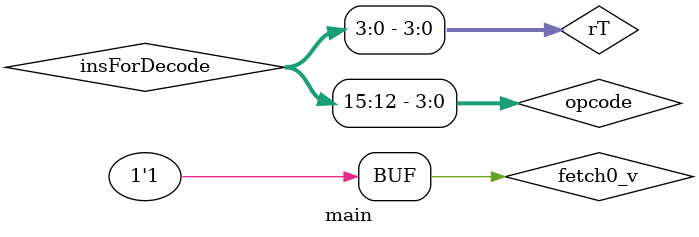
<source format=v>
`timescale 1ps/1ps
module main();

    initial begin
        $dumpfile("cpu.vcd");
        $dumpvars(0,main);
    end

    // clock
    wire clk;
    clock c0(clk);

    reg halt = 0;

    counter ctr(halt,clk);

    // valid bits (all of my stages are 0-indexed)
    reg fetch0_v;
    reg fetch1_v;
    reg decode_v;
    reg exec0_v;
    reg exec1_v;
    reg wb_v;

    wire isJumping; // declared early for flushing (though its only used in write back)
    wire incorrectPrediction; // if set to 1, then the whole pipeline is flushed
    wire isStallingF0; // if any of these signals are 1, then all the stall signals to the left should also be 1
    wire isStallingF1; 
    wire isStallingDecode; 
    wire misalignedLoadDetected; 
    wire isSelfModifying; // another flushing pipeline condition
    wire [2:0] selfModifyingStage; // specifies which stage is being self-modified (to enable partial flushing)
    wire isOdd; // to determine if PC is odd for misaligned PCs

    reg [1:0] F1GotStalled; // to ensure fetch 1's instruction doesn't go to decode when fetch_1 is stalled
    reg useDecodeInsAgain; // set true when decode is stalled so it reuses decode instruction
    reg useF1InsAgain; // set true when decode becomes unstalled so that it uses the stalled F1 instruction
    reg [15:0] misalignedIns;
    reg isMisaligned; // set true when PC is odd, indicating instruction must concatenate with misalignedIns

    reg [15:0] stalled_vA; // used for exec0 stage for misaligned loads/stores
    reg [15:0] stalled_vB; // used for exec0 stage for misaligned loads/stores
    reg firstLoadOccured; // used for misaligned stores and loads to allow for "2 load instructions in exec_0"
    reg loadMisalignmentOccured; // used to concatenate the two load addresses in write_back stage
    reg usingSecondLoad; // for writing/reading from misaligned memory addresses

    // all store the outputs from the branch predictor
    wire predictJump;
    wire [15:0] predictedTarget;
    wire isValidBranchIns;
    wire [15:0] writeData; // result from the write_back stage that will be written into destination register

    // to store if current instruction predicted a jump or not
    reg predictJumpF1;
    reg predictJumpDC;
    reg predictJumpE0;
    reg predictJumpE1;
    reg predictJumpWB;

    reg [15:0] predictedTargetF1;
    reg [15:0] predictedTargetDC;
    reg [15:0] predictedTargetE0;
    reg [15:0] predictedTargetE1;
    reg [15:0] predictedTargetWB;

    // these are used to deal with jumping to and from misaligned PCs for the branch predictor
    reg targetPredictionWasMisaligned;
    reg [15:0] predictedTargetFromMisalignedPC;
    reg pcToJumpFromWasMisaligned;
    reg stallOneCycleForMisalignedPrediction;
    reg predictedMisalignedPCF1; // used to stall for 1 cycle when predicting jumps from misaligned PCs
    initial begin
        fetch0_v = 1;
        fetch1_v = 0;
        decode_v = 0;
        exec0_v = 0;
        exec1_v = 0;
        wb_v = 0;
        F1GotStalled = 0;
        useDecodeInsAgain = 0;
        useF1InsAgain = 0;
        isMisaligned = 0;
        firstLoadOccured = 0;
        loadMisalignmentOccured = 0;
        usingSecondLoad = 0;
        predictedMisalignedPCF1 = 0;
        targetPredictionWasMisaligned = 0;
        pcToJumpFromWasMisaligned = 0;
    end

    // updating valid states based on clock ticks and logic involving the flush bits and stall bits
    always @(posedge clk) begin
        fetch1_v <= fetch0_v & ~incorrectPrediction && ~(isSelfModifying && selfModifyingStage >= 1);
        decode_v <= fetch1_v & ~incorrectPrediction && ~(isSelfModifying && selfModifyingStage >= 2) 
                    & (((isMisaligned || ~isOdd) && ~stallOneCycleForMisalignedPrediction) || isStallingDecode); 
        exec0_v <= decode_v & ~incorrectPrediction && ~(isSelfModifying && selfModifyingStage >= 3) &
                   (~isStallingDecode | (misalignedLoadDetected & ~firstLoadOccured));
        exec1_v <= exec0_v & ~incorrectPrediction && ~(isSelfModifying && selfModifyingStage >= 4);
        wb_v <= exec1_v & ~incorrectPrediction && ~(isSelfModifying && selfModifyingStage >= 5);
    end

    // PC
    reg [15:0] pc = 16'h0000;
    reg [15:0] pcF1; // pc that is retrieved in fetch 1 from fetch 0
    reg [15:0] pcDC; // pc for decode instruction
    reg [15:0] pcE0; // pc for execute_0 instruction
    reg [15:0] pcE1; // pc for exec_1 instruction
    reg [15:0] pcWB; // pc for write back instruction

    /**********
     * Fetch (Part 0) *
     **********/

    // predictJump and predictedTarget are the output wires
    branchPredictor branchPredictor(clk, isValidBranchIns, isJumping, pcToJumpFromWasMisaligned, 
            pc, pcWB, writeData, predictJump, predictedTarget);
    
    // read from memory
    wire [15:0] loadAddr; // address used for load instruction
    wire [15:0] instr; // instruction that pc in fetch points to
    wire [15:0] loadedData; // data returned from memory in load instruction
    wire [15:0] storeAddress;
    wire [15:0] storedData;
    wire strEN; // write enable bit specifically for store instruction

    mem mem(clk,
          pc[15:1],instr,
          loadAddr[15:1],loadedData,strEN,storeAddress[15:1], storedData);

    assign isStallingF0 = isStallingF1;
    reg tempPredJump;
    reg [15:0] tempPredJumpTarget;
    always @(posedge clk) begin
        if (!isStallingF1) begin
            pcF1 <= pc;
            tempPredJump <= (predictJump) ? predictJump : 0;
            predictedTargetFromMisalignedPC <= (predictedTarget) ? predictedTarget : 0;

            targetPredictionWasMisaligned <= (predictJump && predictedTarget[0]) ? 1 : 0;
            pcToJumpFromWasMisaligned <= (predictJump && pc[0]) ? 1 : 0;
            predictedMisalignedPCF1 <= pcToJumpFromWasMisaligned;
            if ((predictJump && pc[0]) || pcToJumpFromWasMisaligned) begin // if jumping from misaligned pc, need to make sure next word is read before prediction occurs
                predictJumpF1 <= tempPredJump;
                predictedTargetF1 <= predictedTargetFromMisalignedPC;
            end else begin
                predictJumpF1 <= predictJump;
                predictedTargetF1 <= predictedTarget;
            end
        end
    end 

    /**********
     * Fetch (Part 1) *
     **********/

    // dealing with misaligned PC
    assign isOdd = (fetch1_v && pcF1[0] == 1);
    wire [15:0] ins = (isOdd && isMisaligned) ? {instr[7:0], misalignedIns[15:8]} : instr;
    reg [15:0] pcForDecodeIfMisaligned; // will be set to pcDC if the fetch PC is misaligned
    reg predictJumpDCForMisaligned;
    reg [15:0] predictedTargetDCForMisaligned;

    reg [15:0] insF1Stalled; // instruction returned by f1 stage in memory when f1 is stalled
    assign isStallingF1 = isStallingDecode;

    reg [15:0] insF1StalledMisaligned; // instruction returned by f1 stage in memory when f1 is stalled
    reg F1WasStalledForTwoCycles;
    reg doNotUpdateMisalignedIns;
    always @(posedge clk) begin
        if (!isStallingDecode) begin // if decode is stalled, so must Fetch_1
            if (F1GotStalled) begin
                useF1InsAgain <= 1; // register flag to ensure decode uses the stalled f1 instruction instead of new f1 instruction (which is anyways being re-read in f0)
                insF1Stalled <= (F1GotStalled == 2) ? insF1Stalled : 
                                (F1GotStalled == 1 && (isMisaligned && isOdd) && F1WasStalledForTwoCycles) ?
                                insF1StalledMisaligned : ins;
                insF1StalledMisaligned <= ins;
                if (F1GotStalled == 2) begin 
                    F1WasStalledForTwoCycles <= 1;
                end
                if (F1GotStalled == 1 && !F1WasStalledForTwoCycles) begin
                    doNotUpdateMisalignedIns <= 1; // to prevent a misaligned instruction from being skipped when one stall occurs
                end
                F1GotStalled <= (isMisaligned && isOdd) ? F1GotStalled - 1 : 0;
            end else begin
                useF1InsAgain <= 0; // so that f1's stored instruction will only be used in decode the cycle right after decode is unstalled
                F1WasStalledForTwoCycles <= 0;
            end

            if (F1GotStalled < 2) begin 
                if (doNotUpdateMisalignedIns) begin
                    doNotUpdateMisalignedIns <= 0;
                end else begin
                    misalignedIns <= instr;
                end
            end 
            
            isMisaligned <= isOdd & ~incorrectPrediction & ~(isSelfModifying && selfModifyingStage >= 2);
            pcForDecodeIfMisaligned <= pcF1;
            if (fetch1_v && (isMisaligned && isOdd) && (pcForDecodeIfMisaligned + 2 < pcF1 
                    || pcForDecodeIfMisaligned - 2 > pcF1)) begin  // stall if predicted PC was misaligned
                stallOneCycleForMisalignedPrediction <= 1;
            end else if (fetch1_v && predictedMisalignedPCF1) begin  // stall if jumped from misaligned PC
                stallOneCycleForMisalignedPrediction <= 1;
            end else begin
                stallOneCycleForMisalignedPrediction <= 0;
            end

            pcDC <= (isOdd && isMisaligned) ? pcForDecodeIfMisaligned : pcF1;
            predictJumpDC <= predictJumpF1;
            predictedTargetDC <= predictedTargetF1;
        end else begin
            if (F1GotStalled == 1) begin // to store F1's instruction for 2 cycle stalls
                insF1Stalled <= ins; // stores instruction right before decode one
                misalignedIns <= instr;
            end
            if (F1GotStalled == 0) begin
                if (doNotUpdateMisalignedIns) begin
                    doNotUpdateMisalignedIns <= 0;
                end else begin
                    misalignedIns <= instr;
                end
            end
            F1GotStalled <= F1GotStalled + 1;
        end
    end

    /**********
     * Decode *
     **********/
    wire [15:0] insForDecode; // instruction used for decode stage
    reg [15:0] stalledIns; // stalled decode instruction

    assign insForDecode = (useDecodeInsAgain) ? stalledIns : 
                          (useF1InsAgain) ? insF1Stalled : // cycle right after decode is unstalled, it will use the stalled f1 instruction
                          ins;

    wire [3:0] opcode = insForDecode[15:12];
    wire [3:0] opcode2 = insForDecode[7:4]; // for jumping and load/store
    wire [3:0] rA = insForDecode[11:8]; // register A
    wire [3:0] rB = insForDecode[7:4]; // register B (either is 2nd read register or nothing, depending on ins)
    wire [3:0] rT = insForDecode[3:0]; // destination register (or can be 2nd read register for mov/jump/store instructions)
    wire [7:0] imm8 = insForDecode[11:4]; // for the mov instructions

    wire [15:0] valueA; // value stored in A (will be used in exec_0)
    wire [15:0] valueB; // value stored in B (will be used in exec_0)
    wire [15:0] result; // result of the ALU operations (for execute stages)

    reg [15:0] writeDataReg; // register that latches writeData from exec_1 into write_back stage
    reg [3:0] destRegWB; // needed for writing to correct rT and for forwarding wb to e0 and wb to e1
    wire wEN; // write enabling wire

    // decoding opcode
    wire [8:0] insType; // holds all the "control" signals
    assign insType = (opcode == 4'b0000) ? 9'b000000001 :  // sub
                     (opcode == 4'b1000) ? 9'b000000010 :  // movl
                     (opcode == 4'b1001) ? 9'b000000100 :  // movh
                     (opcode == 4'b1110 && opcode2 == 4'b0000) ? 9'b000001000 : // jz
                     (opcode == 4'b1110 && opcode2 == 4'b0001) ? 9'b000010000 : // jnz
                     (opcode == 4'b1110 && opcode2 == 4'b0010) ? 9'b000100000 : // js
                     (opcode == 4'b1110 && opcode2 == 4'b0011) ? 9'b001000000 : // jns
                     (opcode == 4'b1111 && opcode2 == 4'b0000) ? 9'b010000000 : // ldr
                     (opcode == 4'b1111 && opcode2 == 4'b0001) ? 9'b100000000 : // str
                     9'b0;                         // Undefined operation

    // logic to determine what is the 2nd read regsiter (it is T if movh or branch or store...else B)
    wire [3:0] secondReadReg = (insType[2] | insType[3] | insType[4] | insType[5] | insType[6] | insType[8]) ? rT
                                : rB;

    // registers
    regs regs(clk,
        rA,valueA,
        secondReadReg,valueB,
        wEN,destRegWB, writeData);
    
    // flip flops to preserve important values for the execute stages (these registers will be used in exec_0)
    reg [7:0] immE0;
    reg [8:0] insTypeE0;
    reg [3:0] firstSrcRegE0;
    reg [3:0] secondSrcRegE0;
    reg [3:0] destRegE0; // stores current rT for E0 (once rT changes to the next instruction's rT)

    // stall decode if load load hazard or misaligned load/store can occur
    assign isStallingDecode = (decode_v && exec0_v) && (((insTypeE0[7] == 1) && (insType[7] || insType[8]) 
            && (rA == destRegE0)) || (misalignedLoadDetected) || (insTypeE0[7] && valueA[0] && insType[8]));

    always @(posedge clk) begin
        if (isStallingDecode) begin
            useDecodeInsAgain <= 1;
            stalledIns <= insForDecode; // keeps decode instruction in "decode"
        end else begin
            useDecodeInsAgain <= 0; // so that decode instruction isn't repeated when no stall
            pcE0 <= pcDC;
            immE0 <= imm8;
            insTypeE0 <= insType;
            firstSrcRegE0 <= rA;
            secondSrcRegE0 <= secondReadReg;
            destRegE0 <= rT;
            predictJumpE0 <= predictJumpDC;
            predictedTargetE0 <= predictedTargetDC;
        end
    end

     /**********
     * Execute (Part 0) *
     **********/
    
    // all of these will be used in exec_1 stage
    reg [7:0] immediate;
    reg [8:0] instruction;
    reg [15:0] valueAE1; 
    reg [15:0] valueBE1;

    // this will be used in write_back stage
    reg [8:0] instructionForWB;

    wire [15:0] valueAIncluding0 = (firstSrcRegE0 == 0) ? 16'b0 : valueA; // checks for source registers == r0
    wire [15:0] valueBIncluding0 = (secondSrcRegE0 == 0) ? 16'b0 : valueB;

    // forwarding logic (exec_1 -> exec_0 and write_back -> exec_0)
    wire canForwardE1 = (exec1_v && (instruction[0] || instruction[1] || instruction[2] || instruction[7]));
    wire canForwardWB = (wb_v && (instructionForWB[0] || instructionForWB[1] || instructionForWB[2] || instructionForWB[7]));

    wire forwardRegA = canForwardE1 && (destRegE1 != 0) && (destRegE1 == firstSrcRegE0); // should only be true if exec_1 is in progress
    wire forwardRegB = canForwardE1 && (destRegE1 != 0) && (destRegE1 == secondSrcRegE0);

    wire forwardRegA_WB = canForwardWB && (destRegWB != 0) && (destRegWB == firstSrcRegE0); // should only be true if wb in progress
    wire forwardRegB_WB = canForwardWB && (destRegWB != 0) && (destRegWB == secondSrcRegE0);

    wire [15:0] vAForwarded =  (forwardRegA) ? result : 
                        (forwardRegA_WB) ? writeData : 
                        valueAIncluding0;
    wire [15:0] vBForwarded =  (forwardRegB) ? result : 
                        (forwardRegB_WB) ? writeData : 
                        valueBIncluding0;

    // load implementation (also checks for misaligned loads and stores)
    wire loadAddrIsOdd = (exec0_v && ((insTypeE0[7] || insTypeE0[8]) && vAForwarded[0]));

   assign misalignedLoadDetected = (loadAddrIsOdd) && ~firstLoadOccured; // stalls decode for 1 cycle if misaligned load or store scenario is detected

    assign loadAddr = (firstLoadOccured) ? stalled_vA + 2 : vAForwarded; // sends the correct value to memory as the "load address"

    // exec_1 versions of the three registers (necessary for forwarding)
    reg [3:0] firstSrcRegE1;
    reg [3:0] secondSrcRegE1;
    reg [3:0] destRegE1;
    always @(posedge clk) begin
        pcE1 <= pcE0;
        predictJumpE1 <= predictJumpE0;
        predictedTargetE1 <= predictedTargetE0;

        immediate <= immE0; // main immediate that will be used in E1
        instruction <= insTypeE0; // main instruction that will be used in E1
        valueAE1 <= (firstLoadOccured) ? stalled_vA + 2 : vAForwarded; // main first reg's value that will be used in E1
        valueBE1 <= (firstLoadOccured) ? stalled_vB : vBForwarded; // main second reg's value that will be used in E1

        firstSrcRegE1 <= firstSrcRegE0;
        secondSrcRegE1 <= secondSrcRegE0;
        destRegE1 <= destRegE0;
        loadMisalignmentOccured <= misalignedLoadDetected || firstLoadOccured;

        if (misalignedLoadDetected) begin
            firstLoadOccured <= 1;
            stalled_vA <= vAForwarded;
            stalled_vB <= vBForwarded;
        end else begin
            firstLoadOccured <= 0;
        end

    end

    /**********
     * Execute (Part 1) *
     **********/

    // checking if any of these values were read from register 0
    wire [15:0] vA = (firstSrcRegE1 == 0) ? 16'b0 : valueAE1;
    wire [15:0] vB = (secondSrcRegE1 == 0) ? 16'b0 : valueBE1;

     // implements forwarding from wb -> exec1
    wire canForwardExec_1_WB = (wb_v && (instructionForWB[0] || instructionForWB[1] || instructionForWB[2] || instructionForWB[7])); // basically same logic as wb->exec_0
    wire forwardRegA_E1_WB = canForwardExec_1_WB && (destRegWB != 0) && (destRegWB == firstSrcRegE1);
    wire forwardRegB_E1_WB = canForwardExec_1_WB && (destRegWB != 0) && (destRegWB == secondSrcRegE1);

    wire [15:0] vAE1Temp =  (forwardRegA_E1_WB) ? writeData :  
                        vA;
    wire [15:0] vBE1Temp =  (forwardRegB_E1_WB) ? writeData : 
                        vB;

    // another set of forwarding solely for load after store case (if vAE1Temp == vAForStore)
    // only need to check for register A
    reg [15:0] vAForStore; // stores value of register A; solely for the store instruction in write_back
    wire forwardStoreVal =  (strEN && instruction[7] && ~loadMisalignmentOccured) && (vAE1Temp == vAForStore);
                            // only forwards store value if current instruction is load (for aligned case)

    // load after store forwarding cases
    wire forwardStoreLoadBothMisaligned = ((strEN && instruction[7] && loadMisalignmentOccured) 
            && (vAE1Temp) == vAForStore); // both are misaligned 
    wire forwardAlignedStoreMisalignedLoad = ((strEN && instruction[7] && loadMisalignmentOccured) 
            && (vAE1Temp - 1) == vAForStore); // Aligned str - > Misaligned ldr
    wire forwardMisalignedStoreAlignedLoad = ((strEN && instruction[7] && thereWasMisalignedLoad) 
            && (vAE1Temp + 1) == vAForStore); // Misaligned str -> Aligned ldr 

    wire forwardingBecauseOfStoreToLoadHazard = (forwardStoreVal | forwardStoreLoadBothMisaligned 
            | forwardAlignedStoreMisalignedLoad | forwardMisalignedStoreAlignedLoad);

    // store after store forwarding cases
    wire forwardAlignedStoreToMisalignedStore = (strEN && instruction[8] && loadMisalignmentOccured) 
                                             && (vAE1Temp - 1 == vAForStore);

    wire forwardMisalignedStoreToMisalignedStore = (strEN && instruction[8] && loadMisalignmentOccured 
            && usingSecondLoad) && (vAE1Temp == vAForStore);

    wire forwardingBecauseOfStoreToStoreHazard = (forwardAlignedStoreToMisalignedStore 
            | forwardMisalignedStoreToMisalignedStore);

    wire [15:0] vAE1 = (forwardingBecauseOfStoreToLoadHazard) ? writeData : vAE1Temp;
    wire [15:0] vBE1 = (forwardingBecauseOfStoreToStoreHazard) ? {vBE1Temp[7:0], writeData[7:0]} : vBE1Temp;

    // Perform ALU operations based on the decoded opcode
    assign result = (instruction[0]) ? (vAE1 - vBE1) :
                    (instruction[1]) ? {{8 {immediate[7]}}, immediate[7:0]} : // sign-extends to 16 bits
                    (instruction[2]) ? (vBE1 & 16'h00FF) | (immediate << 8) : // vB stores value read from rT
                    (instruction[3] || instruction[4] || instruction[5] || instruction[6]) ? (vBE1) : // address to branch too
                    (instruction[7]) ? (vAE1) : // address load is retrieving from
                    (instruction[8]) ? (vBE1) : // store's value is just the original rT's value
                    16'bX; // unknown value

    wire canJump;
    assign canJump =  ((instruction[3] && (vAE1 == 0)) ? 1'b1 : 
                        (instruction[4] && (vAE1 != 0)) ? 1'b1 : 
                        (instruction[5] && ($signed(vAE1) < 0)) ? 1'b1 : 
                        (instruction[6] && ($signed(vAE1) >= 0)) ? 1'b1 : 
                        1'b0); // used to detect if this instruction's branch condition will return true

    // these regs will be used in write_back stage
    reg tempCanJump; // stores the canJump flag for the write back stage
    reg useForwardedVal; // passed into write_back so that vaE1 can be the "loaded value" instead of the "loadedData" wire for memory hazards
    reg [15:0] misalignedLoadValue; // will be used in write back if there was a misaligned load
    reg thereWasMisalignedLoad;
    always @(posedge clk) begin
        pcWB <= pcE1;
        predictJumpWB <= predictJumpE1;
        predictedTargetWB <= predictedTargetE1;

        instructionForWB <= instruction;
        writeDataReg <= result;
        tempCanJump <= canJump;
        destRegWB <= destRegE1;
        vAForStore <= vAE1; // solely used for the store instruction in write_back stage
        useForwardedVal <= forwardingBecauseOfStoreToLoadHazard || forwardingBecauseOfStoreToStoreHazard; // solely used for load instruction in write_back stage
        thereWasMisalignedLoad <= loadMisalignmentOccured;
    end

    /**********
     * Write back (Part 0) *
     **********/


    // computing if write enabled using instructionForWB wire
    assign wEN = wb_v && (instructionForWB[0] || instructionForWB[1] || instructionForWB[2] ||
            instructionForWB[7]) && (~thereWasMisalignedLoad || usingSecondLoad);

    wire [15:0] writeDataTemp =  (instructionForWB[7] && ~useForwardedVal) ? loadedData :
                            writeDataReg; // data from load instruction should be ready by start of write back

    wire [15:0] combinedLoadValue = (usingSecondLoad) ? {writeDataTemp[7:0], misalignedLoadValue[15:8]} : 
                                    writeDataTemp; // for misaligned load instruction
    
    // storing writeDataReg in the 2 addresses for misaligned stores
    wire [15:0] combinedStoreValue_1 = (instructionForWB[8] && thereWasMisalignedLoad && useForwardedVal) ?
                                       writeDataReg : {writeDataReg[7:0], loadedData[7:0]}; 
    wire [15:0] combinedStoreValue_2 = {loadedData[15:8], writeDataReg[15:8]};

    assign writeData =  (instructionForWB[8] && thereWasMisalignedLoad) ?
                            ((~usingSecondLoad) ? combinedStoreValue_1 : combinedStoreValue_2)
                        : combinedLoadValue;

    assign isJumping = wb_v && tempCanJump; // determining if pc can be branched during write back

    assign isValidBranchIns = wb_v && (instructionForWB[3] || instructionForWB[4] || instructionForWB[5] ||
            instructionForWB[6]);
    
    assign incorrectPrediction = wb_v && ((isJumping && !(predictJumpWB && (predictedTargetWB == writeData))) 
            || (~isJumping && predictJumpWB)); // can also be true if instruction doesn't jump (because it's not a branch or branch condition returns false), but the predictor made a jump occur

    // store implementation
    assign strEN = wb_v && instructionForWB[8];
    assign storeAddress = vAForStore; // value of register A is memory address where data is being stored
    assign storedData = writeData;

    wire [15:0] addressBeingSelfModified = (usingSecondLoad) ? storeAddress - 2
                                            : storeAddress;


    // during misaligned self-modifying, since we obtain the loaded data, we can save cycles by not self modifying if the value in the memory address doesn't change
    wire writingSameData = (strEN && thereWasMisalignedLoad && writeData == loadedData);
    reg wroteSameDataForMisalignedStore;

    assign selfModifyingStage = (addressBeingSelfModified >= pcE1 - 1 && addressBeingSelfModified <= pcE1 + 1) ?
                                    5 : // flush wb
                                    (addressBeingSelfModified >= pcE0 - 1
                                         && addressBeingSelfModified <= pcE0 + 1) ? 4 : // flush e1
                                    (addressBeingSelfModified >= pcDC - 1 
                                        && addressBeingSelfModified <= pcDC + 1) ? 
                                    ((isStallingDecode) ? 2 : 3) : // flush dc/e0 (depends on isStallingDecode)
                                    (isMisaligned && addressBeingSelfModified >= pcForDecodeIfMisaligned - 1 
                                        && addressBeingSelfModified <= pcForDecodeIfMisaligned + 1) ? 2 :
                                    (addressBeingSelfModified >= pcF1 - 1 
                                        && addressBeingSelfModified <= pcF1 + 1) ? 2 : // flush dc
                                    (addressBeingSelfModified >= pc - 1 
                                        && addressBeingSelfModified <= pc + 1) ? 1 : // flush f1
                                    6;
    assign isSelfModifying = (strEN && 
            (selfModifyingStage >= 1 && selfModifyingStage <= 5)) 
            && (~thereWasMisalignedLoad || usingSecondLoad) 
            && !(wroteSameDataForMisalignedStore && writingSameData); // only self modifies if written memory address's value was actually changed

    // for partial flushing during self-modifying code
    wire [15:0] pcToRestartFrom = (addressBeingSelfModified >= pcE1 - 1 
                                    && addressBeingSelfModified <= pcE1 + 1) ? pcE1 :
                                    (addressBeingSelfModified >= pcE0 - 1 
                                        && addressBeingSelfModified <= pcE0 + 1) ? pcE0 :
                                    (addressBeingSelfModified >= pcDC - 1 
                                        && addressBeingSelfModified <= pcDC + 1) ? 
                                    ((isStallingDecode) ? pcDC : pcDC) :
                                    (isMisaligned && addressBeingSelfModified >= pcForDecodeIfMisaligned - 1 
                                        && addressBeingSelfModified <= pcForDecodeIfMisaligned + 1) ? pcForDecodeIfMisaligned :
                                    (addressBeingSelfModified >= pcF1 - 1 
                                        && addressBeingSelfModified <= pcF1 + 1) ? pcF1 :
                                    (addressBeingSelfModified >= pc - 1 
                                        && addressBeingSelfModified <= pc + 1) ? pc : 
                                    pcWB + 2;

    always @(posedge clk) begin 
        if (thereWasMisalignedLoad && !usingSecondLoad) begin // used to write back twice for misaligned loads/stores
            usingSecondLoad <= 1;
            misalignedLoadValue <= combinedLoadValue;
            wroteSameDataForMisalignedStore <= writingSameData;
        end else begin 
            usingSecondLoad <= 0;
            wroteSameDataForMisalignedStore <= 0;
        end

        if (exec1_v && ~incorrectPrediction && instruction == 0) begin // halt if invalid instruction and write_back is not branching
            halt <= 1;
        end
        if (destRegWB == 0 && wEN) begin // printing to system if destination register is 0
            $write("%c", writeData[7:0]);
        end

        if (incorrectPrediction || isSelfModifying || !isStallingF0) begin
            pc <= (isSelfModifying) ? pcToRestartFrom : // reset PC to instruction right after self-modifying store
                  (incorrectPrediction && ~isJumping) ? pcWB + 2 : 
                  (incorrectPrediction && isJumping) ? writeData :
                  (predictJump) ?
                    ((pc[0]) ? // need to make sure next word is read before misaligned PC prediction occurs
                        pc + 2 : predictedTarget) : 
                  (pcToJumpFromWasMisaligned) ? // subtract 2 from prediction if jumping to misaligned PC
                    ((targetPredictionWasMisaligned) ? predictedTargetFromMisalignedPC - 2 : 
                    predictedTargetFromMisalignedPC) :
                  pc + 2; 
        end
    end

endmodule
</source>
